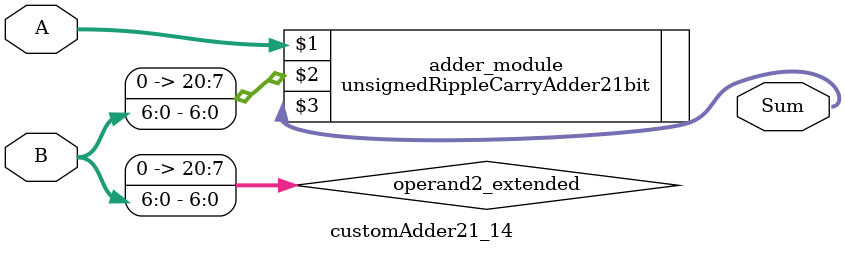
<source format=v>

module customAdder21_14(
                    input [20 : 0] A,
                    input [6 : 0] B,
                    
                    output [21 : 0] Sum
            );

    wire [20 : 0] operand2_extended;
    
    assign operand2_extended =  {14'b0, B};
    
    unsignedRippleCarryAdder21bit adder_module(
        A,
        operand2_extended,
        Sum
    );
    
endmodule
        
</source>
